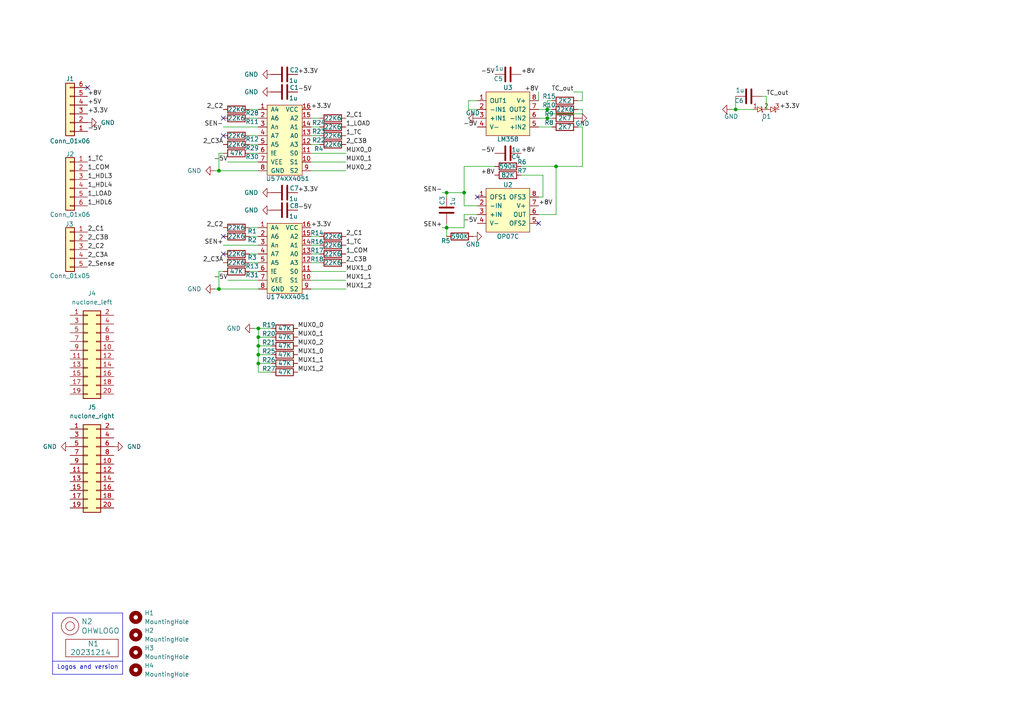
<source format=kicad_sch>
(kicad_sch (version 20231120) (generator "eeschema") (generator_version "8.0")
  (paper "A4")
  (lib_symbols
    (symbol "Connector_Generic:Conn_01x05" (pin_names (offset 1.016) hide)
      (property "Reference" "J" (at 0 7.62 0))
      (property "Value" "Conn_01x05" (at 0 -7.62 0))
      (symbol "Conn_01x05_1_1"
        (rectangle (start -1.27 -4.953) (end 0 -5.207) (stroke (width 0.1524)))
        (rectangle (start -1.27 -2.413) (end 0 -2.667) (stroke (width 0.1524)))
        (rectangle (start -1.27 0.127) (end 0 -0.127) (stroke (width 0.1524)))
        (rectangle (start -1.27 2.667) (end 0 2.413) (stroke (width 0.1524)))
        (rectangle (start -1.27 5.207) (end 0 4.953) (stroke (width 0.1524)))
        (rectangle (start -1.27 6.35) (end 1.27 -6.35) (stroke (width 0.254)) (fill (type background)))
        (pin passive line (at -5.08 5.08 0) (length 3.81) (name "Pin_1") (number "1"))
        (pin passive line (at -5.08 2.54 0) (length 3.81) (name "Pin_2") (number "2"))
        (pin passive line (at -5.08 0 0) (length 3.81) (name "Pin_3") (number "3"))
        (pin passive line (at -5.08 -2.54 0) (length 3.81) (name "Pin_4") (number "4"))
        (pin passive line (at -5.08 -5.08 0) (length 3.81) (name "Pin_5") (number "5"))
      )
    )
    (symbol "Connector_Generic:Conn_01x06" (pin_names (offset 1.016) hide)
      (property "Reference" "J" (at 0 7.62 0))
      (property "Value" "Conn_01x06" (at 0 -10.16 0))
      (symbol "Conn_01x06_1_1"
        (rectangle (start -1.27 -7.493) (end 0 -7.747) (stroke (width 0.1524)))
        (rectangle (start -1.27 -4.953) (end 0 -5.207) (stroke (width 0.1524)))
        (rectangle (start -1.27 -2.413) (end 0 -2.667) (stroke (width 0.1524)))
        (rectangle (start -1.27 0.127) (end 0 -0.127) (stroke (width 0.1524)))
        (rectangle (start -1.27 2.667) (end 0 2.413) (stroke (width 0.1524)))
        (rectangle (start -1.27 5.207) (end 0 4.953) (stroke (width 0.1524)))
        (rectangle (start -1.27 6.35) (end 1.27 -8.89) (stroke (width 0.254)) (fill (type background)))
        (pin passive line (at -5.08 5.08 0) (length 3.81) (name "Pin_1") (number "1"))
        (pin passive line (at -5.08 2.54 0) (length 3.81) (name "Pin_2") (number "2"))
        (pin passive line (at -5.08 0 0) (length 3.81) (name "Pin_3") (number "3"))
        (pin passive line (at -5.08 -2.54 0) (length 3.81) (name "Pin_4") (number "4"))
        (pin passive line (at -5.08 -5.08 0) (length 3.81) (name "Pin_5") (number "5"))
        (pin passive line (at -5.08 -7.62 0) (length 3.81) (name "Pin_6") (number "6"))
      )
    )
    (symbol "Connector_Generic:Conn_02x10_Odd_Even" (pin_names (offset 1.016) hide)
      (property "Reference" "J" (at 1.27 12.7 0))
      (property "Value" "Conn_02x10_Odd_Even" (at 1.27 -15.24 0))
      (symbol "Conn_02x10_Odd_Even_1_1"
        (rectangle (start -1.27 -12.573) (end 0 -12.827) (stroke (width 0.1524)))
        (rectangle (start -1.27 -10.033) (end 0 -10.287) (stroke (width 0.1524)))
        (rectangle (start -1.27 -7.493) (end 0 -7.747) (stroke (width 0.1524)))
        (rectangle (start -1.27 -4.953) (end 0 -5.207) (stroke (width 0.1524)))
        (rectangle (start -1.27 -2.413) (end 0 -2.667) (stroke (width 0.1524)))
        (rectangle (start -1.27 0.127) (end 0 -0.127) (stroke (width 0.1524)))
        (rectangle (start -1.27 2.667) (end 0 2.413) (stroke (width 0.1524)))
        (rectangle (start -1.27 5.207) (end 0 4.953) (stroke (width 0.1524)))
        (rectangle (start -1.27 7.747) (end 0 7.493) (stroke (width 0.1524)))
        (rectangle (start -1.27 10.287) (end 0 10.033) (stroke (width 0.1524)))
        (rectangle (start -1.27 11.43) (end 3.81 -13.97) (stroke (width 0.254)) (fill (type background)))
        (rectangle (start 3.81 -12.573) (end 2.54 -12.827) (stroke (width 0.1524)))
        (rectangle (start 3.81 -10.033) (end 2.54 -10.287) (stroke (width 0.1524)))
        (rectangle (start 3.81 -7.493) (end 2.54 -7.747) (stroke (width 0.1524)))
        (rectangle (start 3.81 -4.953) (end 2.54 -5.207) (stroke (width 0.1524)))
        (rectangle (start 3.81 -2.413) (end 2.54 -2.667) (stroke (width 0.1524)))
        (rectangle (start 3.81 0.127) (end 2.54 -0.127) (stroke (width 0.1524)))
        (rectangle (start 3.81 2.667) (end 2.54 2.413) (stroke (width 0.1524)))
        (rectangle (start 3.81 5.207) (end 2.54 4.953) (stroke (width 0.1524)))
        (rectangle (start 3.81 7.747) (end 2.54 7.493) (stroke (width 0.1524)))
        (rectangle (start 3.81 10.287) (end 2.54 10.033) (stroke (width 0.1524)))
        (pin passive line (at -5.08 10.16 0) (length 3.81) (name "Pin_1") (number "1"))
        (pin passive line (at 7.62 0 180) (length 3.81) (name "Pin_10") (number "10"))
        (pin passive line (at -5.08 -2.54 0) (length 3.81) (name "Pin_11") (number "11"))
        (pin passive line (at 7.62 -2.54 180) (length 3.81) (name "Pin_12") (number "12"))
        (pin passive line (at -5.08 -5.08 0) (length 3.81) (name "Pin_13") (number "13"))
        (pin passive line (at 7.62 -5.08 180) (length 3.81) (name "Pin_14") (number "14"))
        (pin passive line (at -5.08 -7.62 0) (length 3.81) (name "Pin_15") (number "15"))
        (pin passive line (at 7.62 -7.62 180) (length 3.81) (name "Pin_16") (number "16"))
        (pin passive line (at -5.08 -10.16 0) (length 3.81) (name "Pin_17") (number "17"))
        (pin passive line (at 7.62 -10.16 180) (length 3.81) (name "Pin_18") (number "18"))
        (pin passive line (at -5.08 -12.7 0) (length 3.81) (name "Pin_19") (number "19"))
        (pin passive line (at 7.62 10.16 180) (length 3.81) (name "Pin_2") (number "2"))
        (pin passive line (at 7.62 -12.7 180) (length 3.81) (name "Pin_20") (number "20"))
        (pin passive line (at -5.08 7.62 0) (length 3.81) (name "Pin_3") (number "3"))
        (pin passive line (at 7.62 7.62 180) (length 3.81) (name "Pin_4") (number "4"))
        (pin passive line (at -5.08 5.08 0) (length 3.81) (name "Pin_5") (number "5"))
        (pin passive line (at 7.62 5.08 180) (length 3.81) (name "Pin_6") (number "6"))
        (pin passive line (at -5.08 2.54 0) (length 3.81) (name "Pin_7") (number "7"))
        (pin passive line (at 7.62 2.54 180) (length 3.81) (name "Pin_8") (number "8"))
        (pin passive line (at -5.08 0 0) (length 3.81) (name "Pin_9") (number "9"))
      )
    )
    (symbol "Device:C" (pin_numbers hide) (pin_names (offset 0.254))
      (property "Reference" "C" (at 0.635 2.54 0))
      (property "Value" "C" (at 0.635 -2.54 0))
      (symbol "C_0_1"
        (polyline (pts (xy -2.032 -0.762) (xy 2.032 -0.762)) (stroke (width 0.508)))
        (polyline (pts (xy -2.032 0.762) (xy 2.032 0.762)) (stroke (width 0.508)))
      )
      (symbol "C_1_1"
        (pin passive line (at 0 3.81 270) (length 2.794) (name "~") (number "1"))
        (pin passive line (at 0 -3.81 90) (length 2.794) (name "~") (number "2"))
      )
    )
    (symbol "Device:R" (pin_numbers hide) (pin_names (offset 0))
      (property "Reference" "R" (at 2.032 0 90))
      (property "Value" "R" (at 0 0 90))
      (symbol "R_0_1"
        (rectangle (start -1.016 -2.54) (end 1.016 2.54) (stroke (width 0.254)))
      )
      (symbol "R_1_1"
        (pin passive line (at 0 3.81 270) (length 1.27) (name "~") (number "1"))
        (pin passive line (at 0 -3.81 90) (length 1.27) (name "~") (number "2"))
      )
    )
    (symbol "Mechanical:MountingHole" (pin_names (offset 1.016)) (exclude_from_sim yes) (in_bom no)
      (property "Reference" "H" (at 0 5.08 0))
      (property "Value" "MountingHole" (at 0 3.175 0))
      (symbol "MountingHole_0_1"
        (circle (center 0 0) (radius 1.27) (stroke (width 1.27)))
      )
    )
    (symbol "SquantorDiodes:shottky_series"
      (property "Reference" "D" (at 0 8.382 0))
      (symbol "shottky_series_0_1"
        (polyline (pts (xy 0 -1.27) (xy -0.762 -1.27) (xy -0.762 -1.524) (xy -0.508 -1.524)))
        (polyline (pts (xy 0 -1.27) (xy 0.762 -1.27) (xy 0.762 -1.016) (xy 0.508 -1.016)))
        (polyline (pts (xy 0 2.54) (xy -0.762 2.54) (xy -0.762 2.286) (xy -0.508 2.286)))
        (polyline (pts (xy 0 2.54) (xy 0.762 2.54) (xy 0.762 2.794) (xy 0.508 2.794)))
      )
      (symbol "shottky_series_1_1"
        (polyline (pts (xy 0 1.27) (xy 0 -1.27)))
        (polyline (pts (xy 0 -1.27) (xy 0.762 -2.54) (xy -0.762 -2.54) (xy 0 -1.27)) (fill (type background)))
        (polyline (pts (xy 0 2.54) (xy 0.762 1.27) (xy -0.762 1.27) (xy 0 2.54)) (fill (type background)))
        (pin passive line (at 0 -3.81 90) (length 1.27) (name "") (number "1"))
        (pin passive line (at 0 0 90) (length 0) (name "") (number "2"))
        (pin passive line (at 0 3.81 270) (length 1.27) (name "") (number "3"))
      )
    )
    (symbol "SquantorGenericAnalog:opamp_dual_8pin" (pin_names (offset 1.016))
      (property "Reference" "U" (at 0 7.62 0))
      (property "Value" "opamp_dual_8pin" (at 0 -7.62 0))
      (symbol "opamp_dual_8pin_0_1"
        (rectangle (start -6.35 6.35) (end 6.35 -6.35) (fill (type background)))
      )
      (symbol "opamp_dual_8pin_1_1"
        (pin output line (at -8.89 3.81 0) (length 2.54) (name "OUT1") (number "1"))
        (pin input line (at -8.89 1.27 0) (length 2.54) (name "-IN1") (number "2"))
        (pin input line (at -8.89 -1.27 0) (length 2.54) (name "+IN1") (number "3"))
        (pin power_in line (at -8.89 -3.81 0) (length 2.54) (name "V-") (number "4"))
        (pin input line (at 8.89 -3.81 180) (length 2.54) (name "+IN2") (number "5"))
        (pin input line (at 8.89 -1.27 180) (length 2.54) (name "-IN2") (number "6"))
        (pin output line (at 8.89 1.27 180) (length 2.54) (name "OUT2") (number "7"))
        (pin power_in line (at 8.89 3.81 180) (length 2.54) (name "V+") (number "8"))
      )
    )
    (symbol "SquantorGenericAnalog:opamp_single_8pin" (pin_names (offset 1.016))
      (property "Reference" "U" (at 0 7.62 0))
      (property "Value" "opamp_single_8pin" (at 0 -7.62 0))
      (symbol "opamp_single_8pin_0_1"
        (rectangle (start -6.35 6.35) (end 6.35 -6.35) (fill (type background)))
      )
      (symbol "opamp_single_8pin_1_1"
        (pin input line (at -8.89 3.81 0) (length 2.54) (name "OFS1") (number "1"))
        (pin input line (at -8.89 1.27 0) (length 2.54) (name "-IN") (number "2"))
        (pin input line (at -8.89 -1.27 0) (length 2.54) (name "+IN") (number "3"))
        (pin power_in line (at -8.89 -3.81 0) (length 2.54) (name "V-") (number "4"))
        (pin input line (at 8.89 -3.81 180) (length 2.54) (name "OFS2") (number "5"))
        (pin output line (at 8.89 -1.27 180) (length 2.54) (name "OUT") (number "6"))
        (pin power_in line (at 8.89 1.27 180) (length 2.54) (name "V+") (number "7"))
        (pin input line (at 8.89 3.81 180) (length 2.54) (name "OFS3") (number "8"))
      )
    )
    (symbol "SquantorLabels:OHWLOGO" (pin_names (offset 1.016))
      (property "Reference" "N" (at 0 3.81 0))
      (property "Value" "OHWLOGO" (at 0 -3.81 0))
      (symbol "OHWLOGO_0_1"
        (circle (center 0 0) (radius 1.27))
        (circle (center 0 0) (radius 2.54))
      )
    )
    (symbol "SquantorLabels:VYYYYMMDD" (pin_names (offset 1.016))
      (property "Reference" "N" (at 0 2.54 0))
      (property "Value" "VYYYYMMDD" (at 0 0 0))
      (symbol "VYYYYMMDD_0_1"
        (rectangle (start 7.62 -1.27) (end -7.62 3.81))
      )
    )
    (symbol "SquantorLogic:74XX4051" (pin_names (offset 1.016))
      (property "Reference" "U" (at 0 11.176 0))
      (property "Value" "74XX4051" (at 0 -11.176 0))
      (symbol "74XX4051_1_1"
        (rectangle (start -5.08 10.16) (end 5.08 -10.16) (fill (type background)))
        (pin bidirectional line (at -7.62 8.89 0) (length 2.54) (name "A4") (number "1"))
        (pin input line (at 7.62 -6.35 180) (length 2.54) (name "S1") (number "10"))
        (pin input line (at 7.62 -3.81 180) (length 2.54) (name "S0") (number "11"))
        (pin bidirectional line (at 7.62 -1.27 180) (length 2.54) (name "A3") (number "12"))
        (pin bidirectional line (at 7.62 1.27 180) (length 2.54) (name "A0") (number "13"))
        (pin bidirectional line (at 7.62 3.81 180) (length 2.54) (name "A1") (number "14"))
        (pin bidirectional line (at 7.62 6.35 180) (length 2.54) (name "A2") (number "15"))
        (pin bidirectional line (at 7.62 8.89 180) (length 2.54) (name "VCC") (number "16"))
        (pin bidirectional line (at -7.62 6.35 0) (length 2.54) (name "A6") (number "2"))
        (pin bidirectional line (at -7.62 3.81 0) (length 2.54) (name "An") (number "3"))
        (pin bidirectional line (at -7.62 1.27 0) (length 2.54) (name "A7") (number "4"))
        (pin bidirectional line (at -7.62 -1.27 0) (length 2.54) (name "A5") (number "5"))
        (pin input line (at -7.62 -3.81 0) (length 2.54) (name "!E") (number "6"))
        (pin power_in line (at -7.62 -6.35 0) (length 2.54) (name "VEE") (number "7"))
        (pin power_in line (at -7.62 -8.89 0) (length 2.54) (name "GND") (number "8"))
        (pin input line (at 7.62 -8.89 180) (length 2.54) (name "S2") (number "9"))
      )
    )
    (symbol "power:GND" (power) (pin_numbers hide) (pin_names (offset 0) hide)
      (property "Value" "GND" (at 0 -3.81 0))
      (symbol "GND_0_1"
        (polyline (pts (xy 0 0) (xy 0 -1.27) (xy 1.27 -1.27) (xy 0 -2.54) (xy -1.27 -1.27) (xy 0 -1.27)))
      )
      (symbol "GND_1_1"
        (pin power_in line (at 0 0 270) (length 0) (name "~") (number "1"))
      )
    )
  )
  (junction (at 161.29 48.26))
  (junction (at 74.93 105.41))
  (junction (at 129.54 55.88))
  (junction (at 158.75 31.75))
  (junction (at 134.62 55.88))
  (junction (at 74.93 97.79))
  (junction (at 63.5 49.53))
  (junction (at 63.5 83.82))
  (junction (at 213.36 31.75))
  (junction (at 74.93 95.25))
  (junction (at 129.54 66.04))
  (junction (at 158.75 34.29))
  (junction (at 74.93 100.33))
  (junction (at 74.93 102.87))
  (no_connect (at 25.4 25.4))
  (no_connect (at 156.21 64.77))
  (no_connect (at 64.77 73.66))
  (no_connect (at 64.77 68.58))
  (no_connect (at 64.77 39.37))
  (no_connect (at 64.77 34.29))
  (no_connect (at 138.43 57.15))
  (wire (pts (xy 74.93 100.33) (xy 74.93 102.87)))
  (wire (pts (xy 74.93 95.25) (xy 74.93 97.79)))
  (wire (pts (xy 160.02 34.29) (xy 158.75 34.29)))
  (wire (pts (xy 222.25 27.94) (xy 222.25 31.75)))
  (wire (pts (xy 90.17 36.83) (xy 92.71 36.83)))
  (wire (pts (xy 168.91 29.21) (xy 167.64 29.21)))
  (wire (pts (xy 129.54 55.88) (xy 129.54 57.15)))
  (wire (pts (xy 72.39 66.04) (xy 74.93 66.04)))
  (wire (pts (xy 158.75 29.21) (xy 160.02 29.21)))
  (wire (pts (xy 90.17 41.91) (xy 92.71 41.91)))
  (wire (pts (xy 168.91 36.83) (xy 167.64 36.83)))
  (wire (pts (xy 220.98 27.94) (xy 222.25 27.94)))
  (wire (pts (xy 72.39 39.37) (xy 74.93 39.37)))
  (wire (pts (xy 151.13 50.8) (xy 157.48 50.8)))
  (wire (pts (xy 156.21 26.67) (xy 156.21 29.21)))
  (wire (pts (xy 62.23 49.53) (xy 63.5 49.53)))
  (wire (pts (xy 90.17 76.2) (xy 92.71 76.2)))
  (wire (pts (xy 212.09 31.75) (xy 213.36 31.75)))
  (polyline (pts (xy 15.24 177.8) (xy 15.24 195.58)))
  (wire (pts (xy 161.29 48.26) (xy 161.29 62.23)))
  (polyline (pts (xy 35.56 177.8) (xy 15.24 177.8)))
  (wire (pts (xy 138.43 31.75) (xy 135.89 31.75)))
  (wire (pts (xy 90.17 71.12) (xy 92.71 71.12)))
  (wire (pts (xy 66.04 46.99) (xy 74.93 46.99)))
  (wire (pts (xy 166.37 26.67) (xy 168.91 26.67)))
  (wire (pts (xy 74.93 107.95) (xy 78.74 107.95)))
  (wire (pts (xy 134.62 48.26) (xy 143.51 48.26)))
  (wire (pts (xy 161.29 62.23) (xy 156.21 62.23)))
  (wire (pts (xy 63.5 49.53) (xy 74.93 49.53)))
  (wire (pts (xy 74.93 105.41) (xy 78.74 105.41)))
  (wire (pts (xy 157.48 57.15) (xy 156.21 57.15)))
  (wire (pts (xy 72.39 76.2) (xy 74.93 76.2)))
  (wire (pts (xy 72.39 34.29) (xy 74.93 34.29)))
  (wire (pts (xy 74.93 102.87) (xy 74.93 105.41)))
  (wire (pts (xy 72.39 31.75) (xy 74.93 31.75)))
  (wire (pts (xy 73.66 95.25) (xy 74.93 95.25)))
  (wire (pts (xy 100.33 81.28) (xy 90.17 81.28)))
  (wire (pts (xy 72.39 68.58) (xy 74.93 68.58)))
  (wire (pts (xy 74.93 102.87) (xy 78.74 102.87)))
  (wire (pts (xy 74.93 95.25) (xy 78.74 95.25)))
  (wire (pts (xy 64.77 71.12) (xy 74.93 71.12)))
  (wire (pts (xy 72.39 41.91) (xy 74.93 41.91)))
  (wire (pts (xy 168.91 26.67) (xy 168.91 29.21)))
  (wire (pts (xy 158.75 31.75) (xy 158.75 29.21)))
  (wire (pts (xy 63.5 44.45) (xy 63.5 49.53)))
  (wire (pts (xy 100.33 49.53) (xy 90.17 49.53)))
  (wire (pts (xy 90.17 68.58) (xy 92.71 68.58)))
  (wire (pts (xy 158.75 34.29) (xy 158.75 33.02)))
  (wire (pts (xy 66.04 81.28) (xy 74.93 81.28)))
  (wire (pts (xy 134.62 62.23) (xy 134.62 66.04)))
  (wire (pts (xy 90.17 39.37) (xy 92.71 39.37)))
  (wire (pts (xy 134.62 59.69) (xy 138.43 59.69)))
  (wire (pts (xy 134.62 55.88) (xy 134.62 59.69)))
  (wire (pts (xy 100.33 46.99) (xy 90.17 46.99)))
  (wire (pts (xy 129.54 55.88) (xy 134.62 55.88)))
  (wire (pts (xy 128.27 66.04) (xy 129.54 66.04)))
  (wire (pts (xy 135.89 31.75) (xy 135.89 29.21)))
  (wire (pts (xy 134.62 55.88) (xy 134.62 48.26)))
  (wire (pts (xy 100.33 83.82) (xy 90.17 83.82)))
  (wire (pts (xy 129.54 64.77) (xy 129.54 66.04)))
  (wire (pts (xy 157.48 50.8) (xy 157.48 57.15)))
  (wire (pts (xy 100.33 44.45) (xy 90.17 44.45)))
  (wire (pts (xy 72.39 44.45) (xy 74.93 44.45)))
  (wire (pts (xy 158.75 33.02) (xy 168.91 33.02)))
  (wire (pts (xy 74.93 97.79) (xy 74.93 100.33)))
  (wire (pts (xy 135.89 29.21) (xy 138.43 29.21)))
  (wire (pts (xy 156.21 34.29) (xy 158.75 34.29)))
  (wire (pts (xy 64.77 36.83) (xy 74.93 36.83)))
  (wire (pts (xy 213.36 31.75) (xy 218.44 31.75)))
  (wire (pts (xy 168.91 33.02) (xy 168.91 31.75)))
  (wire (pts (xy 64.77 78.74) (xy 63.5 78.74)))
  (wire (pts (xy 72.39 73.66) (xy 74.93 73.66)))
  (polyline (pts (xy 35.56 195.58) (xy 35.56 177.8)))
  (wire (pts (xy 156.21 36.83) (xy 160.02 36.83)))
  (wire (pts (xy 151.13 48.26) (xy 161.29 48.26)))
  (polyline (pts (xy 15.24 195.58) (xy 35.56 195.58)))
  (wire (pts (xy 63.5 83.82) (xy 74.93 83.82)))
  (wire (pts (xy 161.29 48.26) (xy 168.91 48.26)))
  (wire (pts (xy 72.39 78.74) (xy 74.93 78.74)))
  (wire (pts (xy 100.33 78.74) (xy 90.17 78.74)))
  (wire (pts (xy 64.77 44.45) (xy 63.5 44.45)))
  (wire (pts (xy 213.36 27.94) (xy 213.36 31.75)))
  (wire (pts (xy 74.93 105.41) (xy 74.93 107.95)))
  (wire (pts (xy 90.17 73.66) (xy 92.71 73.66)))
  (wire (pts (xy 129.54 66.04) (xy 129.54 68.58)))
  (wire (pts (xy 156.21 31.75) (xy 158.75 31.75)))
  (wire (pts (xy 128.27 55.88) (xy 129.54 55.88)))
  (wire (pts (xy 74.93 97.79) (xy 78.74 97.79)))
  (wire (pts (xy 90.17 34.29) (xy 92.71 34.29)))
  (wire (pts (xy 62.23 83.82) (xy 63.5 83.82)))
  (wire (pts (xy 168.91 31.75) (xy 167.64 31.75)))
  (wire (pts (xy 168.91 48.26) (xy 168.91 36.83)))
  (wire (pts (xy 74.93 100.33) (xy 78.74 100.33)))
  (polyline (pts (xy 15.24 191.77) (xy 35.56 191.77)))
  (wire (pts (xy 160.02 31.75) (xy 158.75 31.75)))
  (wire (pts (xy 138.43 62.23) (xy 134.62 62.23)))
  (wire (pts (xy 63.5 78.74) (xy 63.5 83.82)))
  (wire (pts (xy 129.54 66.04) (xy 134.62 66.04)))
  (text "Logos and version" (at 16.51 194.31 0) (effects (font (size 1.27 1.27)) (justify left bottom)))
  (label "+8V" (at 151.13 44.45 0))
  (label "2_C3A" (at 64.77 41.91 180))
  (label "2_C3A" (at 25.4 74.93 0))
  (label "-5V" (at 143.51 44.45 180))
  (label "1_LOAD" (at 25.4 57.15 0))
  (label "2_C3A" (at 64.77 76.2 180))
  (label "1_HDL4" (at 25.4 54.61 0))
  (label "+8V" (at 143.51 50.8 180))
  (label "1_HDL6" (at 25.4 59.69 0))
  (label "SEN+" (at 128.27 66.04 180))
  (label "-5V" (at 66.04 46.99 180))
  (label "2_C2" (at 64.77 31.75 180))
  (label "MUX1_2" (at 86.36 107.95 0))
  (label "-5V" (at 86.36 60.96 0))
  (label "+3.3V" (at 226.06 31.75 0))
  (label "MUX1_1" (at 100.33 81.28 0))
  (label "MUX0_0" (at 86.36 95.25 0))
  (label "1_COM" (at 100.33 73.66 0))
  (label "-5V" (at 138.43 36.83 180))
  (label "1_COM" (at 25.4 49.53 0))
  (label "MUX1_0" (at 86.36 102.87 0))
  (label "+8V" (at 25.4 27.94 0))
  (label "1_TC" (at 100.33 71.12 0))
  (label "+8V" (at 156.21 59.69 0))
  (label "-5V" (at 138.43 64.77 180))
  (label "+3.3V" (at 90.17 66.04 0))
  (label "-5V" (at 25.4 38.1 0))
  (label "2_C1" (at 100.33 68.58 0))
  (label "2_C1" (at 25.4 67.31 0))
  (label "TC_out" (at 166.37 26.67 180))
  (label "SEN-" (at 64.77 36.83 180))
  (label "+3.3V" (at 86.36 21.59 0))
  (label "-5V" (at 66.04 81.28 180))
  (label "2_Sense" (at 25.4 77.47 0))
  (label "2_C3B" (at 25.4 69.85 0))
  (label "MUX0_2" (at 86.36 100.33 0))
  (label "MUX0_1" (at 86.36 97.79 0))
  (label "2_C3B" (at 100.33 41.91 0))
  (label "MUX1_1" (at 86.36 105.41 0))
  (label "1_TC" (at 25.4 46.99 0))
  (label "2_C3B" (at 100.33 76.2 0))
  (label "2_C2" (at 25.4 72.39 0))
  (label "SEN+" (at 64.77 71.12 180))
  (label "+3.3V" (at 86.36 55.88 0))
  (label "1_TC" (at 100.33 39.37 0))
  (label "-5V" (at 143.51 21.59 180))
  (label "+3.3V" (at 90.17 31.75 0))
  (label "-5V" (at 86.36 26.67 0))
  (label "2_C1" (at 100.33 34.29 0))
  (label "MUX0_1" (at 100.33 46.99 0))
  (label "MUX1_0" (at 100.33 78.74 0))
  (label "MUX0_2" (at 100.33 49.53 0))
  (label "2_C2" (at 64.77 66.04 180))
  (label "MUX1_2" (at 100.33 83.82 0))
  (label "+8V" (at 151.13 21.59 0))
  (label "MUX0_0" (at 100.33 44.45 0))
  (label "1_LOAD" (at 100.33 36.83 0))
  (label "+8V" (at 156.21 26.67 180))
  (label "+5V" (at 25.4 30.48 0))
  (label "TC_out" (at 222.25 27.94 0))
  (label "SEN-" (at 128.27 55.88 180))
  (label "+3.3V" (at 25.4 33.02 0))
  (label "1_HDL3" (at 25.4 52.07 0))
  (symbol (lib_id "SquantorLabels:VYYYYMMDD") (at 26.67 189.23 0) (unit 1)
    (property "Reference" "N1" (at 25.4 186.69 0) (effects (font (size 1.524 1.524)) (justify left)))
    (property "Value" "20231214" (at 20.32 189.23 0) (effects (font (size 1.524 1.524)) (justify left)))
    (property "Footprint" "SquantorLabels:Label_Generic" (effects (hide yes)))
  )
  (symbol (lib_id "SquantorLabels:OHWLOGO") (at 20.32 181.61 0) (unit 1)
    (property "Reference" "N2" (at 23.5712 180.2638 0) (effects (font (size 1.524 1.524)) (justify left)))
    (property "Value" "OHWLOGO" (at 23.5712 182.9562 0) (effects (font (size 1.524 1.524)) (justify left)))
    (property "Footprint" "Symbol:OSHW-Symbol_6.7x6mm_SilkScreen" (effects (hide yes)))
  )
  (symbol (lib_id "Device:R") (at 68.58 68.58 270) (unit 1)
    (property "Reference" "R2" (at 73.152 69.596 90))
    (property "Value" "22K6" (at 68.58 68.58 90))
    (property "Footprint" "SquantorResistor:R_0603_hand" (effects (hide yes)))
    (property "Description" "Resistor" (effects (hide yes)))
  )
  (symbol (lib_id "power:GND") (at 33.02 129.54 90) (unit 1)
    (property "Reference" "#PWR015" (effects (hide yes)))
    (property "Value" "GND" (at 36.83 129.5399 90) (effects (justify right)))
    (property "Description" "Power symbol creates a global label with name \"GND\" , ground" (effects (hide yes)))
  )
  (symbol (lib_id "Device:R") (at 68.58 41.91 270) (unit 1)
    (property "Reference" "R29" (at 73.152 42.926 90))
    (property "Value" "22K6" (at 68.58 41.91 90))
    (property "Footprint" "SquantorResistor:R_0603_hand" (effects (hide yes)))
    (property "Description" "Resistor" (effects (hide yes)))
  )
  (symbol (lib_id "SquantorDiodes:shottky_series") (at 222.25 31.75 270) (unit 1)
    (property "Reference" "D1" (at 220.98 33.782 90) (effects (justify left)))
    (property "Value" "~" (at 221.107 34.29 0) (effects (justify left)))
    (property "Footprint" "SquantorIC:SOT23-3" (effects (hide yes)))
  )
  (symbol (lib_id "Device:R") (at 68.58 44.45 90) (unit 1)
    (property "Reference" "R30" (at 73.152 45.466 90))
    (property "Value" "47K" (at 68.58 44.45 90))
    (property "Footprint" "SquantorResistor:R_0603_hand" (effects (hide yes)))
    (property "Description" "Resistor" (effects (hide yes)))
  )
  (symbol (lib_id "power:GND") (at 212.09 31.75 270) (unit 1)
    (property "Reference" "#PWR010" (effects (hide yes)))
    (property "Value" "GND" (at 214.122 33.782 90) (effects (justify right)))
    (property "Description" "Power symbol creates a global label with name \"GND\" , ground" (effects (hide yes)))
  )
  (symbol (lib_id "SquantorGenericAnalog:opamp_single_8pin") (at 147.32 60.96 0) (unit 1)
    (property "Reference" "U2" (at 147.32 53.594 0))
    (property "Value" "OP07C" (at 147.32 68.58 0))
    (property "Footprint" "Package_DIP:DIP-8_W7.62mm" (effects (hide yes)))
  )
  (symbol (lib_id "Device:R") (at 96.52 39.37 270) (unit 1)
    (property "Reference" "R22" (at 92.456 40.64 90))
    (property "Value" "22K6" (at 96.52 39.37 90))
    (property "Footprint" "SquantorResistor:R_0603_hand" (effects (hide yes)))
    (property "Description" "Resistor" (effects (hide yes)))
  )
  (symbol (lib_id "Device:R") (at 68.58 34.29 270) (unit 1)
    (property "Reference" "R11" (at 73.152 35.306 90))
    (property "Value" "22K6" (at 68.58 34.29 90))
    (property "Footprint" "SquantorResistor:R_0603_hand" (effects (hide yes)))
    (property "Description" "Resistor" (effects (hide yes)))
  )
  (symbol (lib_id "power:GND") (at 20.32 129.54 270) (unit 1)
    (property "Reference" "#PWR014" (effects (hide yes)))
    (property "Value" "GND" (at 16.51 129.5399 90) (effects (justify right)))
    (property "Description" "Power symbol creates a global label with name \"GND\" , ground" (effects (hide yes)))
  )
  (symbol (lib_id "Device:R") (at 96.52 34.29 270) (unit 1)
    (property "Reference" "R24" (at 92.456 35.56 90))
    (property "Value" "22K6" (at 96.52 34.29 90))
    (property "Footprint" "SquantorResistor:R_0603_hand" (effects (hide yes)))
    (property "Description" "Resistor" (effects (hide yes)))
  )
  (symbol (lib_id "Device:R") (at 82.55 107.95 270) (unit 1)
    (property "Reference" "R27" (at 77.978 106.934 90))
    (property "Value" "47K" (at 82.55 107.95 90))
    (property "Footprint" "SquantorResistor:R_0603_hand" (effects (hide yes)))
    (property "Description" "Resistor" (effects (hide yes)))
  )
  (symbol (lib_id "Device:R") (at 163.83 34.29 270) (mirror x) (unit 1)
    (property "Reference" "R9" (at 159.258 33.02 90))
    (property "Value" "2K7" (at 163.83 34.29 90))
    (property "Footprint" "SquantorResistor:R_0603_hand" (effects (hide yes)))
    (property "Description" "Resistor" (effects (hide yes)))
  )
  (symbol (lib_id "Device:R") (at 68.58 78.74 90) (unit 1)
    (property "Reference" "R31" (at 73.152 79.756 90))
    (property "Value" "47K" (at 68.58 78.74 90))
    (property "Footprint" "SquantorResistor:R_0603_hand" (effects (hide yes)))
    (property "Description" "Resistor" (effects (hide yes)))
  )
  (symbol (lib_id "power:GND") (at 78.74 55.88 270) (unit 1)
    (property "Reference" "#PWR05" (effects (hide yes)))
    (property "Value" "GND" (at 74.93 55.8799 90) (effects (justify right)))
    (property "Description" "Power symbol creates a global label with name \"GND\" , ground" (effects (hide yes)))
  )
  (symbol (lib_id "Device:R") (at 68.58 76.2 270) (unit 1)
    (property "Reference" "R13" (at 73.152 77.216 90))
    (property "Value" "22K6" (at 68.58 76.2 90))
    (property "Footprint" "SquantorResistor:R_0603_hand" (effects (hide yes)))
    (property "Description" "Resistor" (effects (hide yes)))
  )
  (symbol (lib_id "Device:R") (at 82.55 102.87 270) (unit 1)
    (property "Reference" "R25" (at 77.978 101.854 90))
    (property "Value" "47K" (at 82.55 102.87 90))
    (property "Footprint" "SquantorResistor:R_0603_hand" (effects (hide yes)))
    (property "Description" "Resistor" (effects (hide yes)))
  )
  (symbol (lib_id "power:GND") (at 25.4 35.56 90) (unit 1)
    (property "Reference" "#PWR01" (effects (hide yes)))
    (property "Value" "GND" (at 29.21 35.5599 90) (effects (justify right)))
    (property "Description" "Power symbol creates a global label with name \"GND\" , ground" (effects (hide yes)))
  )
  (symbol (lib_id "Mechanical:MountingHole") (at 39.37 194.31 0) (unit 1) (exclude_from_sim yes) (in_bom no)
    (property "Reference" "H4" (at 41.91 193.0399 0) (effects (justify left)))
    (property "Value" "MountingHole" (at 41.91 195.5799 0) (effects (justify left)))
    (property "Footprint" "SquantorPcbOutline:MountingHole_3.2mm_M3_Pad_Via" (effects (hide yes)))
    (property "Description" "Mounting Hole without connection" (effects (hide yes)))
  )
  (symbol (lib_id "Device:C") (at 82.55 55.88 90) (unit 1)
    (property "Reference" "C7" (at 85.344 54.61 90))
    (property "Value" "1u" (at 85.09 57.658 90))
    (property "Footprint" "SquantorCapacitor:C_0603" (effects (hide yes)))
    (property "Description" "Unpolarized capacitor" (effects (hide yes)))
  )
  (symbol (lib_id "Device:R") (at 147.32 50.8 90) (unit 1)
    (property "Reference" "R7" (at 151.384 49.53 90))
    (property "Value" "82K" (at 147.32 50.8 90))
    (property "Footprint" "SquantorResistor:R_0603_hand" (effects (hide yes)))
    (property "Description" "Resistor" (effects (hide yes)))
  )
  (symbol (lib_id "Device:R") (at 68.58 31.75 270) (unit 1)
    (property "Reference" "R28" (at 73.152 32.766 90))
    (property "Value" "22K6" (at 68.58 31.75 90))
    (property "Footprint" "SquantorResistor:R_0603_hand" (effects (hide yes)))
    (property "Description" "Resistor" (effects (hide yes)))
  )
  (symbol (lib_id "Mechanical:MountingHole") (at 39.37 184.15 0) (unit 1) (exclude_from_sim yes) (in_bom no)
    (property "Reference" "H2" (at 41.91 182.8799 0) (effects (justify left)))
    (property "Value" "MountingHole" (at 41.91 185.4199 0) (effects (justify left)))
    (property "Footprint" "SquantorPcbOutline:MountingHole_3.2mm_M3_Pad_Via" (effects (hide yes)))
    (property "Description" "Mounting Hole without connection" (effects (hide yes)))
  )
  (symbol (lib_id "Device:R") (at 68.58 39.37 270) (unit 1)
    (property "Reference" "R12" (at 73.152 40.386 90))
    (property "Value" "22K6" (at 68.58 39.37 90))
    (property "Footprint" "SquantorResistor:R_0603_hand" (effects (hide yes)))
    (property "Description" "Resistor" (effects (hide yes)))
  )
  (symbol (lib_id "Device:R") (at 68.58 73.66 270) (unit 1)
    (property "Reference" "R3" (at 73.152 74.676 90))
    (property "Value" "22K6" (at 68.58 73.66 90))
    (property "Footprint" "SquantorResistor:R_0603_hand" (effects (hide yes)))
    (property "Description" "Resistor" (effects (hide yes)))
  )
  (symbol (lib_id "Device:R") (at 96.52 73.66 270) (unit 1)
    (property "Reference" "R17" (at 91.948 72.644 90))
    (property "Value" "22K6" (at 96.52 73.66 90))
    (property "Footprint" "SquantorResistor:R_0603_hand" (effects (hide yes)))
    (property "Description" "Resistor" (effects (hide yes)))
  )
  (symbol (lib_id "Device:R") (at 163.83 31.75 270) (mirror x) (unit 1)
    (property "Reference" "R10" (at 159.258 30.48 90))
    (property "Value" "22K6" (at 163.83 31.75 90))
    (property "Footprint" "SquantorResistor:R_0603_hand" (effects (hide yes)))
    (property "Description" "Resistor" (effects (hide yes)))
  )
  (symbol (lib_id "Device:C") (at 147.32 44.45 270) (unit 1)
    (property "Reference" "C4" (at 149.606 45.466 90))
    (property "Value" "1u" (at 149.606 43.434 90))
    (property "Footprint" "SquantorCapacitor:C_0603" (effects (hide yes)))
    (property "Description" "Unpolarized capacitor" (effects (hide yes)))
  )
  (symbol (lib_id "power:GND") (at 62.23 83.82 270) (unit 1)
    (property "Reference" "#PWR02" (effects (hide yes)))
    (property "Value" "GND" (at 58.42 83.8199 90) (effects (justify right)))
    (property "Description" "Power symbol creates a global label with name \"GND\" , ground" (effects (hide yes)))
  )
  (symbol (lib_id "Device:R") (at 82.55 105.41 270) (unit 1)
    (property "Reference" "R26" (at 77.978 104.394 90))
    (property "Value" "47K" (at 82.55 105.41 90))
    (property "Footprint" "SquantorResistor:R_0603_hand" (effects (hide yes)))
    (property "Description" "Resistor" (effects (hide yes)))
  )
  (symbol (lib_id "Device:R") (at 96.52 36.83 270) (unit 1)
    (property "Reference" "R23" (at 92.456 38.1 90))
    (property "Value" "22K6" (at 96.52 36.83 90))
    (property "Footprint" "SquantorResistor:R_0603_hand" (effects (hide yes)))
    (property "Description" "Resistor" (effects (hide yes)))
  )
  (symbol (lib_id "Device:R") (at 96.52 68.58 270) (unit 1)
    (property "Reference" "R14" (at 91.948 67.564 90))
    (property "Value" "22K6" (at 96.52 68.58 90))
    (property "Footprint" "SquantorResistor:R_0603_hand" (effects (hide yes)))
    (property "Description" "Resistor" (effects (hide yes)))
  )
  (symbol (lib_id "Device:C") (at 82.55 60.96 90) (unit 1)
    (property "Reference" "C8" (at 85.344 59.69 90))
    (property "Value" "1u" (at 85.09 62.738 90))
    (property "Footprint" "SquantorCapacitor:C_0603" (effects (hide yes)))
    (property "Description" "Unpolarized capacitor" (effects (hide yes)))
  )
  (symbol (lib_id "Mechanical:MountingHole") (at 39.37 189.23 0) (unit 1) (exclude_from_sim yes) (in_bom no)
    (property "Reference" "H3" (at 41.91 187.9599 0) (effects (justify left)))
    (property "Value" "MountingHole" (at 41.91 190.4999 0) (effects (justify left)))
    (property "Footprint" "SquantorPcbOutline:MountingHole_3.2mm_M3_Pad_Via" (effects (hide yes)))
    (property "Description" "Mounting Hole without connection" (effects (hide yes)))
  )
  (symbol (lib_id "Device:R") (at 133.35 68.58 270) (unit 1)
    (property "Reference" "R5" (at 129.286 69.85 90))
    (property "Value" "590K" (at 133.35 68.58 90))
    (property "Footprint" "SquantorResistor:R_0603_hand" (effects (hide yes)))
    (property "Description" "Resistor" (effects (hide yes)))
  )
  (symbol (lib_id "Device:R") (at 82.55 95.25 270) (unit 1)
    (property "Reference" "R19" (at 77.978 94.234 90))
    (property "Value" "47K" (at 82.55 95.25 90))
    (property "Footprint" "SquantorResistor:R_0603_hand" (effects (hide yes)))
    (property "Description" "Resistor" (effects (hide yes)))
  )
  (symbol (lib_id "power:GND") (at 62.23 49.53 270) (unit 1)
    (property "Reference" "#PWR013" (effects (hide yes)))
    (property "Value" "GND" (at 58.42 49.5299 90) (effects (justify right)))
    (property "Description" "Power symbol creates a global label with name \"GND\" , ground" (effects (hide yes)))
  )
  (symbol (lib_id "power:GND") (at 73.66 95.25 270) (unit 1)
    (property "Reference" "#PWR012" (effects (hide yes)))
    (property "Value" "GND" (at 69.85 95.2499 90) (effects (justify right)))
    (property "Description" "Power symbol creates a global label with name \"GND\" , ground" (effects (hide yes)))
  )
  (symbol (lib_id "Device:R") (at 82.55 100.33 270) (unit 1)
    (property "Reference" "R21" (at 77.978 99.314 90))
    (property "Value" "47K" (at 82.55 100.33 90))
    (property "Footprint" "SquantorResistor:R_0603_hand" (effects (hide yes)))
    (property "Description" "Resistor" (effects (hide yes)))
  )
  (symbol (lib_id "Device:R") (at 82.55 97.79 270) (unit 1)
    (property "Reference" "R20" (at 77.978 96.774 90))
    (property "Value" "47K" (at 82.55 97.79 90))
    (property "Footprint" "SquantorResistor:R_0603_hand" (effects (hide yes)))
    (property "Description" "Resistor" (effects (hide yes)))
  )
  (symbol (lib_id "power:GND") (at 138.43 34.29 270) (mirror x) (unit 1)
    (property "Reference" "#PWR09" (effects (hide yes)))
    (property "Value" "GND" (at 139.192 32.766 90) (effects (justify right)))
    (property "Description" "Power symbol creates a global label with name \"GND\" , ground" (effects (hide yes)))
  )
  (symbol (lib_id "Connector_Generic:Conn_01x05") (at 20.32 72.39 0) (mirror y) (unit 1)
    (property "Reference" "J3" (at 21.336 65.024 0) (effects (justify left)))
    (property "Value" "Conn_01x05" (at 26.162 80.01 0) (effects (justify left)))
    (property "Footprint" "Connector_JST:JST_XH_B5B-XH-A_1x05_P2.50mm_Vertical" (effects (hide yes)))
    (property "Description" "Generic connector, single row, 01x05, script generated (kicad-library-utils/schlib/autogen/connector/)" (effects (hide yes)))
  )
  (symbol (lib_id "power:GND") (at 167.64 34.29 90) (mirror x) (unit 1)
    (property "Reference" "#PWR08" (effects (hide yes)))
    (property "Value" "GND" (at 166.878 35.814 90) (effects (justify right)))
    (property "Description" "Power symbol creates a global label with name \"GND\" , ground" (effects (hide yes)))
  )
  (symbol (lib_id "Device:R") (at 163.83 36.83 270) (mirror x) (unit 1)
    (property "Reference" "R8" (at 159.258 35.56 90))
    (property "Value" "2K7" (at 163.83 36.83 90))
    (property "Footprint" "SquantorResistor:R_0603_hand" (effects (hide yes)))
    (property "Description" "Resistor" (effects (hide yes)))
  )
  (symbol (lib_id "power:GND") (at 137.16 68.58 90) (unit 1)
    (property "Reference" "#PWR06" (effects (hide yes)))
    (property "Value" "GND" (at 135.128 70.866 90) (effects (justify right)))
    (property "Description" "Power symbol creates a global label with name \"GND\" , ground" (effects (hide yes)))
  )
  (symbol (lib_id "Connector_Generic:Conn_01x06") (at 20.32 52.07 0) (mirror y) (unit 1)
    (property "Reference" "J2" (at 20.32 44.704 0))
    (property "Value" "Conn_01x06" (at 20.32 62.23 0))
    (property "Footprint" "Connector_JST:JST_XH_B6B-XH-A_1x06_P2.50mm_Vertical" (effects (hide yes)))
    (property "Description" "Generic connector, single row, 01x06, script generated (kicad-library-utils/schlib/autogen/connector/)" (effects (hide yes)))
  )
  (symbol (lib_id "Device:R") (at 96.52 71.12 270) (unit 1)
    (property "Reference" "R16" (at 91.948 70.104 90))
    (property "Value" "22K6" (at 96.52 71.12 90))
    (property "Footprint" "SquantorResistor:R_0603_hand" (effects (hide yes)))
    (property "Description" "Resistor" (effects (hide yes)))
  )
  (symbol (lib_id "Device:C") (at 82.55 21.59 90) (unit 1)
    (property "Reference" "C2" (at 85.344 20.32 90))
    (property "Value" "1u" (at 85.09 23.368 90))
    (property "Footprint" "SquantorCapacitor:C_0603" (effects (hide yes)))
    (property "Description" "Unpolarized capacitor" (effects (hide yes)))
  )
  (symbol (lib_id "SquantorLogic:74XX4051") (at 82.55 74.93 0) (unit 1)
    (property "Reference" "U1" (at 78.486 86.106 0))
    (property "Value" "74XX4051" (at 84.836 86.106 0))
    (property "Footprint" "Package_DIP:DIP-16_W7.62mm" (effects (hide yes)))
  )
  (symbol (lib_id "Mechanical:MountingHole") (at 39.37 179.07 0) (unit 1) (exclude_from_sim yes) (in_bom no)
    (property "Reference" "H1" (at 41.91 177.7999 0) (effects (justify left)))
    (property "Value" "MountingHole" (at 41.91 180.3399 0) (effects (justify left)))
    (property "Footprint" "SquantorPcbOutline:MountingHole_3.2mm_M3_Pad_Via" (effects (hide yes)))
    (property "Description" "Mounting Hole without connection" (effects (hide yes)))
  )
  (symbol (lib_id "Device:C") (at 129.54 60.96 180) (unit 1)
    (property "Reference" "C3" (at 128.27 58.166 90))
    (property "Value" "1u" (at 131.318 58.42 90))
    (property "Footprint" "SquantorCapacitor:C_0603" (effects (hide yes)))
    (property "Description" "Unpolarized capacitor" (effects (hide yes)))
  )
  (symbol (lib_id "Device:C") (at 82.55 26.67 90) (unit 1)
    (property "Reference" "C1" (at 85.344 25.4 90))
    (property "Value" "1u" (at 85.09 28.448 90))
    (property "Footprint" "SquantorCapacitor:C_0603" (effects (hide yes)))
    (property "Description" "Unpolarized capacitor" (effects (hide yes)))
  )
  (symbol (lib_id "Connector_Generic:Conn_01x06") (at 20.32 33.02 180) (unit 1)
    (property "Reference" "J1" (at 20.32 22.86 0))
    (property "Value" "Conn_01x06" (at 20.32 40.894 0))
    (property "Footprint" "Connector_Molex:Molex_KK-254_AE-6410-06A_1x06_P2.54mm_Vertical" (effects (hide yes)))
    (property "Description" "Generic connector, single row, 01x06, script generated (kicad-library-utils/schlib/autogen/connector/)" (effects (hide yes)))
  )
  (symbol (lib_id "power:GND") (at 78.74 21.59 270) (unit 1)
    (property "Reference" "#PWR04" (effects (hide yes)))
    (property "Value" "GND" (at 74.93 21.5899 90) (effects (justify right)))
    (property "Description" "Power symbol creates a global label with name \"GND\" , ground" (effects (hide yes)))
  )
  (symbol (lib_id "SquantorGenericAnalog:opamp_dual_8pin") (at 147.32 33.02 0) (unit 1)
    (property "Reference" "U3" (at 147.32 25.4 0))
    (property "Value" "LM358" (at 147.32 40.386 0))
    (property "Footprint" "Package_DIP:DIP-8_W7.62mm" (effects (hide yes)))
  )
  (symbol (lib_id "Device:R") (at 96.52 41.91 270) (unit 1)
    (property "Reference" "R4" (at 92.456 43.18 90))
    (property "Value" "22K6" (at 96.52 41.91 90))
    (property "Footprint" "SquantorResistor:R_0603_hand" (effects (hide yes)))
    (property "Description" "Resistor" (effects (hide yes)))
  )
  (symbol (lib_id "Device:R") (at 147.32 48.26 90) (unit 1)
    (property "Reference" "R6" (at 151.384 46.99 90))
    (property "Value" "590K" (at 147.32 48.26 90))
    (property "Footprint" "SquantorResistor:R_0603_hand" (effects (hide yes)))
    (property "Description" "Resistor" (effects (hide yes)))
  )
  (symbol (lib_id "power:GND") (at 78.74 26.67 270) (unit 1)
    (property "Reference" "#PWR03" (effects (hide yes)))
    (property "Value" "GND" (at 74.93 26.6699 90) (effects (justify right)))
    (property "Description" "Power symbol creates a global label with name \"GND\" , ground" (effects (hide yes)))
  )
  (symbol (lib_id "SquantorLogic:74XX4051") (at 82.55 40.64 0) (unit 1)
    (property "Reference" "U5" (at 78.486 51.816 0))
    (property "Value" "74XX4051" (at 84.836 51.816 0))
    (property "Footprint" "Package_DIP:DIP-16_W7.62mm" (effects (hide yes)))
  )
  (symbol (lib_id "Device:C") (at 147.32 21.59 270) (unit 1)
    (property "Reference" "C5" (at 144.526 22.86 90))
    (property "Value" "1u" (at 144.78 19.812 90))
    (property "Footprint" "SquantorCapacitor:C_0603" (effects (hide yes)))
    (property "Description" "Unpolarized capacitor" (effects (hide yes)))
  )
  (symbol (lib_id "Device:C") (at 217.17 27.94 270) (unit 1)
    (property "Reference" "C6" (at 214.376 29.21 90))
    (property "Value" "1u" (at 214.63 26.162 90))
    (property "Footprint" "SquantorCapacitor:C_0603" (effects (hide yes)))
    (property "Description" "Unpolarized capacitor" (effects (hide yes)))
  )
  (symbol (lib_id "Device:R") (at 96.52 76.2 270) (unit 1)
    (property "Reference" "R18" (at 91.948 75.184 90))
    (property "Value" "22K6" (at 96.52 76.2 90))
    (property "Footprint" "SquantorResistor:R_0603_hand" (effects (hide yes)))
    (property "Description" "Resistor" (effects (hide yes)))
  )
  (symbol (lib_id "Device:R") (at 163.83 29.21 270) (mirror x) (unit 1)
    (property "Reference" "R15" (at 159.258 27.94 90))
    (property "Value" "2K2" (at 163.83 29.21 90))
    (property "Footprint" "SquantorResistor:R_0603_hand" (effects (hide yes)))
    (property "Description" "Resistor" (effects (hide yes)))
  )
  (symbol (lib_id "power:GND") (at 78.74 60.96 270) (unit 1)
    (property "Reference" "#PWR011" (effects (hide yes)))
    (property "Value" "GND" (at 74.93 60.9599 90) (effects (justify right)))
    (property "Description" "Power symbol creates a global label with name \"GND\" , ground" (effects (hide yes)))
  )
  (symbol (lib_id "Connector_Generic:Conn_02x10_Odd_Even") (at 25.4 101.6 0) (unit 1)
    (property "Reference" "J4" (at 26.67 85.09 0))
    (property "Value" "nuclone_left" (at 26.67 87.63 0))
    (property "Footprint" "SquantorConnectors:Header-0254-2X10-H010" (effects (hide yes)))
    (property "Description" "Generic connector, double row, 02x10, odd/even pin numbering scheme (row 1 odd numbers, row 2 even numbers), script generated (kicad-library-utils/schlib/autogen/connector/)" (effects (hide yes)))
  )
  (symbol (lib_id "Device:R") (at 68.58 66.04 270) (unit 1)
    (property "Reference" "R1" (at 73.152 67.056 90))
    (property "Value" "22K6" (at 68.58 66.04 90))
    (property "Footprint" "SquantorResistor:R_0603_hand" (effects (hide yes)))
    (property "Description" "Resistor" (effects (hide yes)))
  )
  (symbol (lib_id "Connector_Generic:Conn_02x10_Odd_Even") (at 25.4 134.62 0) (unit 1)
    (property "Reference" "J5" (at 26.67 118.11 0))
    (property "Value" "nuclone_right" (at 26.67 120.65 0))
    (property "Footprint" "SquantorConnectors:Header-0254-2X10-H010" (effects (hide yes)))
    (property "Description" "Generic connector, double row, 02x10, odd/even pin numbering scheme (row 1 odd numbers, row 2 even numbers), script generated (kicad-library-utils/schlib/autogen/connector/)" (effects (hide yes)))
  )
)
</source>
